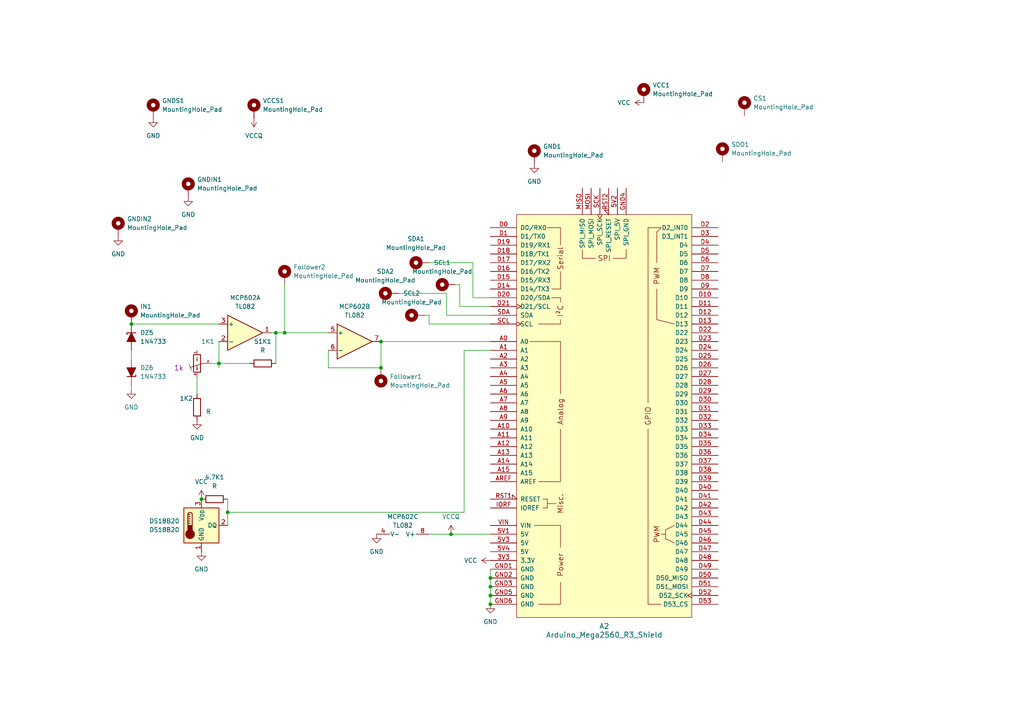
<source format=kicad_sch>
(kicad_sch (version 20230121) (generator eeschema)
  (paper "A4")
  (lib_symbols
    (symbol "Amplifier_Operational:TL082" (pin_names (offset 0.127))
      (property "Reference" "U" (at 0 5.08 0))
      (property "Value" "TL082" (at 0 -5.08 0))
      (symbol "TL082_1_1"
        (polyline (pts (xy -5.08 5.08) (xy 5.08 0) (xy -5.08 -5.08) (xy -5.08 5.08)) (stroke (width 0.254)) (fill (type background)))
        (pin output line (at 7.62 0 180) (length 2.54) (name "~") (number "1"))
        (pin input line (at -7.62 -2.54 0) (length 2.54) (name "-") (number "2"))
        (pin input line (at -7.62 2.54 0) (length 2.54) (name "+") (number "3"))
      )
      (symbol "TL082_2_1"
        (polyline (pts (xy -5.08 5.08) (xy 5.08 0) (xy -5.08 -5.08) (xy -5.08 5.08)) (stroke (width 0.254)) (fill (type background)))
        (pin input line (at -7.62 2.54 0) (length 2.54) (name "+") (number "5"))
        (pin input line (at -7.62 -2.54 0) (length 2.54) (name "-") (number "6"))
        (pin output line (at 7.62 0 180) (length 2.54) (name "~") (number "7"))
      )
      (symbol "TL082_3_1"
        (pin power_in line (at -2.54 -7.62 90) (length 3.81) (name "V-") (number "4"))
        (pin power_in line (at -2.54 7.62 270) (length 3.81) (name "V+") (number "8"))
      )
    )
    (symbol "Device:R" (pin_numbers hide) (pin_names (offset 0))
      (property "Reference" "R" (at 2.032 0 90))
      (property "Value" "R" (at 0 0 90))
      (symbol "R_0_1"
        (rectangle (start -1.016 -2.54) (end 1.016 2.54) (stroke (width 0.254)))
      )
      (symbol "R_1_1"
        (pin passive line (at 0 3.81 270) (length 1.27) (name "~") (number "1"))
        (pin passive line (at 0 -3.81 90) (length 1.27) (name "~") (number "2"))
      )
    )
    (symbol "Mechanical:MountingHole_Pad" (pin_numbers hide) (pin_names (offset 1.016) hide)
      (property "Reference" "H" (at 0 6.35 0))
      (property "Value" "MountingHole_Pad" (at 0 4.445 0))
      (symbol "MountingHole_Pad_0_1"
        (circle (center 0 1.27) (radius 1.27) (stroke (width 1.27)))
      )
      (symbol "MountingHole_Pad_1_1"
        (pin input line (at 0 -2.54 90) (length 2.54) (name "1") (number "1"))
      )
    )
    (symbol "PCM_4ms_Potentiometer:TrimPot_T73YEt_1k" (pin_names (offset 1.016) hide)
      (property "Reference" "TRIM" (at -5.08 0.381 90))
      (property "Display" "1k" (at -3.302 0.127 90))
      (symbol "TrimPot_T73YEt_1k_0_1"
        (polyline (pts (xy -2.286 -0.381) (xy -1.651 -1.905)))
        (polyline (pts (xy -1.905 -1.143) (xy 1.524 0)))
        (polyline (pts (xy 2.54 0) (xy 1.524 0)))
        (rectangle (start 1.016 2.54) (end -1.016 -2.54) (stroke (width 0.254)))
      )
      (symbol "TrimPot_T73YEt_1k_1_0"
        (text "Left/1" (at 0 1.27 900) (effects (font (size 0.254 0.254))))
        (text "Right/3" (at 0 -1.27 900) (effects (font (size 0.254 0.254))))
      )
      (symbol "TrimPot_T73YEt_1k_1_1"
        (pin passive line (at 0 3.81 270) (length 1.27) (name "Left") (number "1"))
        (pin passive line (at 3.81 0 180) (length 1.27) (name "Center") (number "2"))
        (pin passive line (at 0 -3.81 90) (length 1.27) (name "Right") (number "3"))
      )
    )
    (symbol "PCM_4ms_Power-symbol:GND" (power) (pin_names (offset 0))
      (property "Value" "GND" (at 0 -3.81 0))
      (symbol "GND_0_1"
        (polyline (pts (xy 0 0) (xy 0 -1.27) (xy 1.27 -1.27) (xy 0 -2.54) (xy -1.27 -1.27) (xy 0 -1.27)))
      )
      (symbol "GND_1_1"
        (pin power_in line (at 0 0 270) (length 0) hide (name "GND") (number "1"))
      )
    )
    (symbol "PCM_Diode_Zener_AKL:1N4733" (pin_numbers hide) (pin_names (offset 1.016) hide)
      (property "Reference" "DZ" (at 0 5.08 0))
      (property "Value" "1N4733" (at 0 2.54 0))
      (symbol "1N4733_0_1"
        (polyline (pts (xy -1.27 0) (xy 1.27 0)))
        (polyline (pts (xy 1.27 1.27) (xy 0.762 1.27)) (stroke (width 0.254)))
        (polyline (pts (xy 1.27 1.27) (xy 1.27 -1.27)) (stroke (width 0.254)))
        (polyline (pts (xy -1.27 -1.27) (xy -1.27 1.27) (xy 1.27 0) (xy -1.27 -1.27)) (stroke (width 0.254)) (fill (type outline)))
      )
      (symbol "1N4733_1_1"
        (pin passive line (at 3.81 0 180) (length 2.54) (name "K") (number "1"))
        (pin passive line (at -3.81 0 0) (length 2.54) (name "A") (number "2"))
      )
    )
    (symbol "PCM_arduino-library:Arduino_Mega2560_R3_Shield" (pin_names (offset 1.016))
      (property "Reference" "A" (at 0 -62.23 0))
      (property "Value" "Arduino_Mega2560_R3_Shield" (at 0 -66.04 0))
      (symbol "Arduino_Mega2560_R3_Shield_0_0"
        (rectangle (start -25.4 -58.42) (end 25.4 58.42) (fill (type background)))
        (rectangle (start -20.32 -31.75) (end -12.7 -31.75))
        (rectangle (start -19.05 -54.61) (end -12.7 -54.61))
        (rectangle (start -19.05 -19.05) (end -12.7 -19.05))
        (rectangle (start -19.05 26.67) (end -12.7 26.67))
        (rectangle (start -17.78 -26.67) (end -16.51 -26.67))
        (rectangle (start -17.78 -24.13) (end -16.51 -24.13))
        (rectangle (start -16.51 -25.4) (end -13.97 -25.4))
        (rectangle (start -16.51 -24.13) (end -16.51 -26.67))
        (rectangle (start -16.51 54.61) (end -12.7 54.61))
        (rectangle (start -15.24 34.29) (end -12.7 34.29))
        (rectangle (start -15.24 36.83) (end -12.7 36.83))
        (rectangle (start -12.7 -54.61) (end -12.7 -48.26))
        (rectangle (start -12.7 -31.75) (end -12.7 -38.1))
        (rectangle (start -12.7 26.67) (end -12.7 27.94))
        (rectangle (start -12.7 34.29) (end -12.7 33.02))
        (rectangle (start -12.7 41.91) (end -12.7 36.83))
        (rectangle (start -12.7 49.53) (end -12.7 54.61))
        (rectangle (start -6.35 48.26) (end -6.35 45.72))
        (rectangle (start -2.54 45.72) (end -6.35 45.72))
        (polyline (pts (xy -21.59 21.59) (xy -12.7 21.59)))
        (polyline (pts (xy -12.7 -19.05) (xy -12.7 -3.81)))
        (polyline (pts (xy -12.7 6.35) (xy -12.7 21.59)))
        (polyline (pts (xy 12.7 -54.61) (xy 16.51 -54.61)))
        (polyline (pts (xy 12.7 54.61) (xy 16.51 54.61)))
        (polyline (pts (xy 17.78 -34.29) (xy 16.51 -34.29)))
        (polyline (pts (xy 15.24 36.83) (xy 15.24 27.94) (xy 20.32 26.67)))
        (polyline (pts (xy 15.24 44.45) (xy 15.24 53.34) (xy 16.51 54.61)))
        (polyline (pts (xy 20.32 -31.75) (xy 17.78 -33.02) (xy 17.78 -35.56) (xy 20.32 -36.83)))
        (rectangle (start 6.35 45.72) (end 2.54 45.72))
        (rectangle (start 6.35 48.26) (end 6.35 45.72))
        (text "Analog" (at -12.7 1.27 900) (effects (font (size 1.524 1.524))))
        (text "I²C" (at -12.7 30.48 900) (effects (font (size 1.524 1.524))))
        (text "Misc." (at -12.7 -25.4 900) (effects (font (size 1.524 1.524))))
        (text "Power" (at -12.7 -43.18 900) (effects (font (size 1.524 1.524))))
        (text "PWM" (at 15.24 -34.29 900) (effects (font (size 1.524 1.524))))
        (text "PWM" (at 15.24 40.64 900) (effects (font (size 1.524 1.524))))
        (text "Serial" (at -12.7 45.72 900) (effects (font (size 1.524 1.524))))
        (text "SPI" (at 0 45.72 0) (effects (font (size 1.524 1.524))))
      )
      (symbol "Arduino_Mega2560_R3_Shield_1_0"
        (rectangle (start 12.7 -54.61) (end 12.7 -3.81))
        (rectangle (start 12.7 54.61) (end 12.7 3.81))
        (text "GPIO" (at 12.7 0 900) (effects (font (size 1.524 1.524))))
      )
      (symbol "Arduino_Mega2560_R3_Shield_1_1"
        (pin power_out line (at -33.02 -41.91 0) (length 7.62) (name "3.3V") (number "3V3"))
        (pin power_in line (at -33.02 -34.29 0) (length 7.62) (name "5V") (number "5V1"))
        (pin power_in line (at 3.81 66.04 270) (length 7.62) (name "SPI_5V") (number "5V2"))
        (pin power_in line (at -33.02 -36.83 0) (length 7.62) (name "5V") (number "5V3"))
        (pin power_in line (at -33.02 -39.37 0) (length 7.62) (name "5V") (number "5V4"))
        (pin bidirectional line (at -33.02 21.59 0) (length 7.62) (name "A0") (number "A0"))
        (pin bidirectional line (at -33.02 19.05 0) (length 7.62) (name "A1") (number "A1"))
        (pin bidirectional line (at -33.02 -3.81 0) (length 7.62) (name "A10") (number "A10"))
        (pin bidirectional line (at -33.02 -6.35 0) (length 7.62) (name "A11") (number "A11"))
        (pin bidirectional line (at -33.02 -8.89 0) (length 7.62) (name "A12") (number "A12"))
        (pin bidirectional line (at -33.02 -11.43 0) (length 7.62) (name "A13") (number "A13"))
        (pin bidirectional line (at -33.02 -13.97 0) (length 7.62) (name "A14") (number "A14"))
        (pin bidirectional line (at -33.02 -16.51 0) (length 7.62) (name "A15") (number "A15"))
        (pin bidirectional line (at -33.02 16.51 0) (length 7.62) (name "A2") (number "A2"))
        (pin bidirectional line (at -33.02 13.97 0) (length 7.62) (name "A3") (number "A3"))
        (pin bidirectional line (at -33.02 11.43 0) (length 7.62) (name "A4") (number "A4"))
        (pin bidirectional line (at -33.02 8.89 0) (length 7.62) (name "A5") (number "A5"))
        (pin bidirectional line (at -33.02 6.35 0) (length 7.62) (name "A6") (number "A6"))
        (pin bidirectional line (at -33.02 3.81 0) (length 7.62) (name "A7") (number "A7"))
        (pin bidirectional line (at -33.02 1.27 0) (length 7.62) (name "A8") (number "A8"))
        (pin bidirectional line (at -33.02 -1.27 0) (length 7.62) (name "A9") (number "A9"))
        (pin input line (at -33.02 -19.05 0) (length 7.62) (name "AREF") (number "AREF"))
        (pin bidirectional line (at -33.02 54.61 0) (length 7.62) (name "D0/RX0") (number "D0"))
        (pin bidirectional line (at -33.02 52.07 0) (length 7.62) (name "D1/TX0") (number "D1"))
        (pin bidirectional line (at 33.02 34.29 180) (length 7.62) (name "D10") (number "D10"))
        (pin bidirectional line (at 33.02 31.75 180) (length 7.62) (name "D11") (number "D11"))
        (pin bidirectional line (at 33.02 29.21 180) (length 7.62) (name "D12") (number "D12"))
        (pin bidirectional line (at 33.02 26.67 180) (length 7.62) (name "D13") (number "D13"))
        (pin bidirectional line (at -33.02 36.83 0) (length 7.62) (name "D14/TX3") (number "D14"))
        (pin bidirectional line (at -33.02 39.37 0) (length 7.62) (name "D15/RX3") (number "D15"))
        (pin bidirectional line (at -33.02 41.91 0) (length 7.62) (name "D16/TX2") (number "D16"))
        (pin bidirectional line (at -33.02 44.45 0) (length 7.62) (name "D17/RX2") (number "D17"))
        (pin bidirectional line (at -33.02 46.99 0) (length 7.62) (name "D18/TX1") (number "D18"))
        (pin bidirectional line (at -33.02 49.53 0) (length 7.62) (name "D19/RX1") (number "D19"))
        (pin bidirectional line (at 33.02 54.61 180) (length 7.62) (name "D2_INT0") (number "D2"))
        (pin bidirectional line (at -33.02 34.29 0) (length 7.62) (name "D20/SDA") (number "D20"))
        (pin bidirectional clock (at -33.02 31.75 0) (length 7.62) (name "D21/SCL") (number "D21"))
        (pin bidirectional line (at 33.02 24.13 180) (length 7.62) (name "D22") (number "D22"))
        (pin bidirectional line (at 33.02 21.59 180) (length 7.62) (name "D23") (number "D23"))
        (pin bidirectional line (at 33.02 19.05 180) (length 7.62) (name "D24") (number "D24"))
        (pin bidirectional line (at 33.02 16.51 180) (length 7.62) (name "D25") (number "D25"))
        (pin bidirectional line (at 33.02 13.97 180) (length 7.62) (name "D26") (number "D26"))
        (pin bidirectional line (at 33.02 11.43 180) (length 7.62) (name "D27") (number "D27"))
        (pin bidirectional line (at 33.02 8.89 180) (length 7.62) (name "D28") (number "D28"))
        (pin bidirectional line (at 33.02 6.35 180) (length 7.62) (name "D29") (number "D29"))
        (pin bidirectional line (at 33.02 52.07 180) (length 7.62) (name "D3_INT1") (number "D3"))
        (pin bidirectional line (at 33.02 3.81 180) (length 7.62) (name "D30") (number "D30"))
        (pin bidirectional line (at 33.02 1.27 180) (length 7.62) (name "D31") (number "D31"))
        (pin bidirectional line (at 33.02 -1.27 180) (length 7.62) (name "D32") (number "D32"))
        (pin bidirectional line (at 33.02 -3.81 180) (length 7.62) (name "D33") (number "D33"))
        (pin bidirectional line (at 33.02 -6.35 180) (length 7.62) (name "D34") (number "D34"))
        (pin bidirectional line (at 33.02 -8.89 180) (length 7.62) (name "D35") (number "D35"))
        (pin bidirectional line (at 33.02 -11.43 180) (length 7.62) (name "D36") (number "D36"))
        (pin bidirectional line (at 33.02 -13.97 180) (length 7.62) (name "D37") (number "D37"))
        (pin bidirectional line (at 33.02 -16.51 180) (length 7.62) (name "D38") (number "D38"))
        (pin bidirectional line (at 33.02 -19.05 180) (length 7.62) (name "D39") (number "D39"))
        (pin bidirectional line (at 33.02 49.53 180) (length 7.62) (name "D4") (number "D4"))
        (pin bidirectional line (at 33.02 -21.59 180) (length 7.62) (name "D40") (number "D40"))
        (pin bidirectional line (at 33.02 -24.13 180) (length 7.62) (name "D41") (number "D41"))
        (pin bidirectional line (at 33.02 -26.67 180) (length 7.62) (name "D42") (number "D42"))
        (pin bidirectional line (at 33.02 -29.21 180) (length 7.62) (name "D43") (number "D43"))
        (pin bidirectional line (at 33.02 -31.75 180) (length 7.62) (name "D44") (number "D44"))
        (pin bidirectional line (at 33.02 -34.29 180) (length 7.62) (name "D45") (number "D45"))
        (pin bidirectional line (at 33.02 -36.83 180) (length 7.62) (name "D46") (number "D46"))
        (pin bidirectional line (at 33.02 -39.37 180) (length 7.62) (name "D47") (number "D47"))
        (pin bidirectional line (at 33.02 -41.91 180) (length 7.62) (name "D48") (number "D48"))
        (pin bidirectional line (at 33.02 -44.45 180) (length 7.62) (name "D49") (number "D49"))
        (pin bidirectional line (at 33.02 46.99 180) (length 7.62) (name "D5") (number "D5"))
        (pin bidirectional line (at 33.02 -46.99 180) (length 7.62) (name "D50_MISO") (number "D50"))
        (pin bidirectional line (at 33.02 -49.53 180) (length 7.62) (name "D51_MOSI") (number "D51"))
        (pin bidirectional clock (at 33.02 -52.07 180) (length 7.62) (name "D52_SCK") (number "D52"))
        (pin bidirectional line (at 33.02 -54.61 180) (length 7.62) (name "D53_CS") (number "D53"))
        (pin bidirectional line (at 33.02 44.45 180) (length 7.62) (name "D6") (number "D6"))
        (pin bidirectional line (at 33.02 41.91 180) (length 7.62) (name "D7") (number "D7"))
        (pin bidirectional line (at 33.02 39.37 180) (length 7.62) (name "D8") (number "D8"))
        (pin bidirectional line (at 33.02 36.83 180) (length 7.62) (name "D9") (number "D9"))
        (pin power_in line (at -33.02 -44.45 0) (length 7.62) (name "GND") (number "GND1"))
        (pin power_in line (at -33.02 -46.99 0) (length 7.62) (name "GND") (number "GND2"))
        (pin power_in line (at -33.02 -49.53 0) (length 7.62) (name "GND") (number "GND3"))
        (pin power_in line (at 6.35 66.04 270) (length 7.62) (name "SPI_GND") (number "GND4"))
        (pin power_in line (at -33.02 -52.07 0) (length 7.62) (name "GND") (number "GND5"))
        (pin power_in line (at -33.02 -54.61 0) (length 7.62) (name "GND") (number "GND6"))
        (pin output line (at -33.02 -26.67 0) (length 7.62) (name "IOREF") (number "IORF"))
        (pin input line (at -6.35 66.04 270) (length 7.62) (name "SPI_MISO") (number "MISO"))
        (pin output line (at -3.81 66.04 270) (length 7.62) (name "SPI_MOSI") (number "MOSI"))
        (pin open_collector input_low (at -33.02 -24.13 0) (length 7.62) (name "RESET") (number "RST1"))
        (pin open_collector input_low (at 1.27 66.04 270) (length 7.62) (name "SPI_RESET") (number "RST2"))
        (pin output clock (at -1.27 66.04 270) (length 7.62) (name "SPI_SCK") (number "SCK"))
        (pin bidirectional clock (at -33.02 26.67 0) (length 7.62) (name "SCL") (number "SCL"))
        (pin bidirectional line (at -33.02 29.21 0) (length 7.62) (name "SDA") (number "SDA"))
        (pin power_in line (at -33.02 -31.75 0) (length 7.62) (name "VIN") (number "VIN"))
      )
    )
    (symbol "Sensor_Temperature:DS18B20"
      (property "Reference" "U" (at -3.81 6.35 0))
      (property "Value" "DS18B20" (at 6.35 6.35 0))
      (symbol "DS18B20_0_1"
        (rectangle (start -5.08 5.08) (end 5.08 -5.08) (stroke (width 0.254)) (fill (type background)))
        (circle (center -3.302 -2.54) (radius 1.27) (stroke (width 0.254)) (fill (type outline)))
        (rectangle (start -2.667 -1.905) (end -3.937 0) (stroke (width 0.254)) (fill (type outline)))
        (arc (start -2.667 3.175) (mid -3.302 3.8073) (end -3.937 3.175) (stroke (width 0.254)))
        (polyline (pts (xy -3.937 0.635) (xy -3.302 0.635)) (stroke (width 0.254)))
        (polyline (pts (xy -3.937 1.27) (xy -3.302 1.27)) (stroke (width 0.254)))
        (polyline (pts (xy -3.937 1.905) (xy -3.302 1.905)) (stroke (width 0.254)))
        (polyline (pts (xy -3.937 2.54) (xy -3.302 2.54)) (stroke (width 0.254)))
        (polyline (pts (xy -3.937 3.175) (xy -3.937 0)) (stroke (width 0.254)))
        (polyline (pts (xy -3.937 3.175) (xy -3.302 3.175)) (stroke (width 0.254)))
        (polyline (pts (xy -2.667 3.175) (xy -2.667 0)) (stroke (width 0.254)))
      )
      (symbol "DS18B20_1_1"
        (pin power_in line (at 0 -7.62 90) (length 2.54) (name "GND") (number "1"))
        (pin bidirectional line (at 7.62 0 180) (length 2.54) (name "DQ") (number "2"))
        (pin power_in line (at 0 7.62 270) (length 2.54) (name "V_{DD}") (number "3"))
      )
    )
    (symbol "power:VCC" (power) (pin_names (offset 0))
      (property "Value" "VCC" (at 0 3.81 0))
      (symbol "VCC_0_1"
        (polyline (pts (xy -0.762 1.27) (xy 0 2.54)))
        (polyline (pts (xy 0 0) (xy 0 2.54)))
        (polyline (pts (xy 0 2.54) (xy 0.762 1.27)))
      )
      (symbol "VCC_1_1"
        (pin power_in line (at 0 0 90) (length 0) hide (name "VCC") (number "1"))
      )
    )
    (symbol "power:VCCQ" (power) (pin_names (offset 0))
      (property "Value" "VCCQ" (at 0 3.81 0))
      (symbol "VCCQ_0_1"
        (polyline (pts (xy -0.762 1.27) (xy 0 2.54)))
        (polyline (pts (xy 0 0) (xy 0 2.54)))
        (polyline (pts (xy 0 2.54) (xy 0.762 1.27)))
      )
      (symbol "VCCQ_1_1"
        (pin power_in line (at 0 0 90) (length 0) hide (name "VCCQ") (number "1"))
      )
    )
  )
  (junction (at 110.49 106.68))
  (junction (at 110.49 99.06))
  (junction (at 80.01 96.52))
  (junction (at 66.04 148.59))
  (junction (at 142.24 172.72))
  (junction (at 38.1 93.98))
  (junction (at 82.55 96.52))
  (junction (at 130.81 154.94))
  (junction (at 63.5 105.41))
  (junction (at 142.24 170.18))
  (junction (at 142.24 167.64))
  (junction (at 58.42 144.78))
  (junction (at 142.24 175.26))
  (wire (pts (xy 124.46 93.98) (xy 142.24 93.98)))
  (wire (pts (xy 142.24 172.72) (xy 142.24 175.26)))
  (wire (pts (xy 66.04 148.59) (xy 66.04 152.4)))
  (wire (pts (xy 38.1 93.98) (xy 63.5 93.98)))
  (wire (pts (xy 134.62 101.6) (xy 134.62 148.59)))
  (wire (pts (xy 38.1 104.14) (xy 38.1 101.6)))
  (wire (pts (xy 115.57 85.09) (xy 129.54 85.09)))
  (wire (pts (xy 142.24 165.1) (xy 142.24 167.64)))
  (wire (pts (xy 66.04 144.78) (xy 66.04 148.59)))
  (wire (pts (xy 129.54 91.44) (xy 142.24 91.44)))
  (wire (pts (xy 142.24 167.64) (xy 142.24 170.18)))
  (wire (pts (xy 142.24 170.18) (xy 142.24 172.72)))
  (wire (pts (xy 82.55 82.55) (xy 82.55 96.52)))
  (wire (pts (xy 142.24 101.6) (xy 134.62 101.6)))
  (wire (pts (xy 63.5 105.41) (xy 63.5 99.06)))
  (wire (pts (xy 129.54 85.09) (xy 129.54 91.44)))
  (wire (pts (xy 134.62 148.59) (xy 66.04 148.59)))
  (wire (pts (xy 38.1 113.03) (xy 38.1 111.76)))
  (wire (pts (xy 63.5 105.41) (xy 72.39 105.41)))
  (wire (pts (xy 142.24 99.06) (xy 110.49 99.06)))
  (wire (pts (xy 80.01 96.52) (xy 78.74 96.52)))
  (wire (pts (xy 124.46 154.94) (xy 130.81 154.94)))
  (wire (pts (xy 132.08 82.55) (xy 133.35 82.55)))
  (wire (pts (xy 124.46 91.44) (xy 124.46 93.98)))
  (wire (pts (xy 130.81 154.94) (xy 142.24 154.94)))
  (wire (pts (xy 60.96 105.41) (xy 63.5 105.41)))
  (wire (pts (xy 123.19 91.44) (xy 124.46 91.44)))
  (wire (pts (xy 137.16 76.2) (xy 137.16 86.36)))
  (wire (pts (xy 82.55 96.52) (xy 95.25 96.52)))
  (wire (pts (xy 133.35 88.9) (xy 142.24 88.9)))
  (wire (pts (xy 63.5 106.68) (xy 63.5 105.41)))
  (wire (pts (xy 110.49 106.68) (xy 110.49 99.06)))
  (wire (pts (xy 57.15 109.22) (xy 57.15 114.3)))
  (wire (pts (xy 80.01 96.52) (xy 80.01 105.41)))
  (wire (pts (xy 133.35 82.55) (xy 133.35 88.9)))
  (wire (pts (xy 95.25 101.6) (xy 95.25 106.68)))
  (wire (pts (xy 95.25 106.68) (xy 110.49 106.68)))
  (wire (pts (xy 80.01 96.52) (xy 82.55 96.52)))
  (wire (pts (xy 137.16 86.36) (xy 142.24 86.36)))
  (wire (pts (xy 124.46 76.2) (xy 137.16 76.2)))
  (symbol (lib_id "PCM_4ms_Potentiometer:TrimPot_T73YEt_1k") (at 57.15 105.41 0) (unit 1)
    (property "Reference" "1K1" (at 62.23 99.06 0) (effects (justify right)))
    (property "Value" "TrimPot_T73YEt_1k" (effects hide))
    (property "Footprint" "PCM_Potentiometer_THT_US_AKL:Potentiometer_Bourns_3296W_Vertical" (effects hide))
    (property "Specifications" "Trimpot, TH, 1k, single turn, square" (effects hide))
    (property "Manufacturer" "Vishay" (effects hide))
    (property "Part Number" "T73YE102KT20" (effects hide))
    (property "Display" "1k" (at 53.34 106.68 0) (effects (font (size 1.524 1.524)) (justify right)))
  )
  (symbol (lib_id "power:VCCQ") (at 73.66 34.29 180) (unit 1)
    (property "Reference" "#PWR012" (effects hide))
    (property "Value" "VCCQ" (at 73.66 39.37 0))
  )
  (symbol (lib_id "power:VCCQ") (at 130.81 154.94 0) (unit 1)
    (property "Reference" "#PWR04" (effects hide))
    (property "Value" "VCCQ" (at 130.81 149.86 0))
  )
  (symbol (lib_id "Amplifier_Operational:TL082") (at 116.84 157.48 270) (unit 3)
    (property "Reference" "MCP602" (at 116.84 149.86 90))
    (property "Value" "TL082" (at 116.84 152.4 90))
    (property "Footprint" "Package_DIP:DIP-8_W7.62mm" (effects hide))
    (property "Datasheet" "http://www.ti.com/lit/ds/symlink/tl081.pdf" (effects hide))
  )
  (symbol (lib_id "Mechanical:MountingHole_Pad") (at 121.92 76.2 90) (unit 1)
    (property "Reference" "SDA1" (at 120.65 69.2797 90))
    (property "Value" "MountingHole_Pad" (at 120.65 71.8197 90))
    (property "Footprint" "Connector_Pin:Pin_D1.0mm_L10.0mm" (effects hide))
  )
  (symbol (lib_id "power:VCC") (at 186.7246 29.7803 90) (unit 1)
    (property "Reference" "#PWR09" (effects hide))
    (property "Value" "VCC" (at 182.9146 29.7803 90) (effects (justify left)))
  )
  (symbol (lib_id "Mechanical:MountingHole_Pad") (at 38.1 91.44 0) (unit 1)
    (property "Reference" "IN1" (at 40.64 88.9 0) (effects (justify left)))
    (property "Value" "MountingHole_Pad" (at 40.64 91.44 0) (effects (justify left)))
    (property "Footprint" "Connector_Pin:Pin_D1.0mm_L10.0mm" (effects hide))
  )
  (symbol (lib_id "Mechanical:MountingHole_Pad") (at 54.61 54.61 0) (unit 1)
    (property "Reference" "GNDIN1" (at 57.15 52.07 0) (effects (justify left)))
    (property "Value" "MountingHole_Pad" (at 57.15 54.61 0) (effects (justify left)))
    (property "Footprint" "Connector_Pin:Pin_D1.0mm_L10.0mm" (effects hide))
  )
  (symbol (lib_id "Mechanical:MountingHole_Pad") (at 129.54 82.55 90) (unit 1)
    (property "Reference" "SCL1" (at 128.27 76.2 90))
    (property "Value" "MountingHole_Pad" (at 128.27 78.74 90))
    (property "Footprint" "Connector_Pin:Pin_D1.0mm_L10.0mm" (effects hide))
  )
  (symbol (lib_id "PCM_4ms_Power-symbol:GND") (at 109.22 154.94 0) (unit 1)
    (property "Reference" "#PWR014" (effects hide))
    (property "Value" "GND" (at 109.22 160.02 0))
  )
  (symbol (lib_id "Mechanical:MountingHole_Pad") (at 73.66 31.75 0) (unit 1)
    (property "Reference" "VCCS1" (at 76.2 29.21 0) (effects (justify left)))
    (property "Value" "MountingHole_Pad" (at 76.2 31.75 0) (effects (justify left)))
    (property "Footprint" "Connector_Pin:Pin_D1.0mm_L10.0mm" (effects hide))
  )
  (symbol (lib_id "Mechanical:MountingHole_Pad") (at 215.9346 31.0503 0) (unit 1)
    (property "Reference" "CS1" (at 218.4746 28.5103 0) (effects (justify left)))
    (property "Value" "MountingHole_Pad" (at 218.4746 31.0503 0) (effects (justify left)))
    (property "Footprint" "Connector_Pin:Pin_D1.0mm_L10.0mm" (effects hide))
  )
  (symbol (lib_id "Device:R") (at 57.15 118.11 180) (unit 1)
    (property "Reference" "1K2" (at 52.07 115.57 0) (effects (justify right)))
    (property "Value" "R" (at 59.69 119.38 0) (effects (justify right)))
    (property "Footprint" "Resistor_THT:R_Axial_DIN0204_L3.6mm_D1.6mm_P7.62mm_Horizontal" (effects hide))
  )
  (symbol (lib_id "Mechanical:MountingHole_Pad") (at 110.49 109.22 180) (unit 1)
    (property "Reference" "Follower1" (at 113.03 109.22 0) (effects (justify right)))
    (property "Value" "MountingHole_Pad" (at 113.03 111.76 0) (effects (justify right)))
    (property "Footprint" "Connector_Pin:Pin_D1.0mm_L10.0mm" (effects hide))
  )
  (symbol (lib_id "Mechanical:MountingHole_Pad") (at 209.55 44.45 0) (unit 1)
    (property "Reference" "SDO1" (at 212.09 41.91 0) (effects (justify left)))
    (property "Value" "MountingHole_Pad" (at 212.09 44.45 0) (effects (justify left)))
    (property "Footprint" "Connector_Pin:Pin_D1.0mm_L10.0mm" (effects hide))
  )
  (symbol (lib_id "PCM_arduino-library:Arduino_Mega2560_R3_Shield") (at 175.26 120.65 0) (unit 1)
    (property "Reference" "A2" (at 175.26 181.61 0) (effects (font (size 1.524 1.524))))
    (property "Value" "Arduino_Mega2560_R3_Shield" (at 175.26 184.15 0) (effects (font (size 1.524 1.524))))
    (property "Footprint" "PCM_arduino-library:Arduino_Mega2560_R3_Shield" (effects hide))
    (property "Datasheet" "https://docs.arduino.cc/hardware/mega-2560" (effects hide))
  )
  (symbol (lib_id "Sensor_Temperature:DS18B20") (at 58.42 152.4 0) (unit 1)
    (property "Reference" "DS18B20" (at 52.07 151.13 0) (effects (justify right)))
    (property "Value" "DS18B20" (at 52.07 153.67 0) (effects (justify right)))
    (property "Footprint" "Package_TO_SOT_THT:TO-92_Inline_Wide" (effects hide))
    (property "Datasheet" "http://datasheets.maximintegrated.com/en/ds/DS18B20.pdf" (effects hide))
  )
  (symbol (lib_id "Mechanical:MountingHole_Pad") (at 44.45 31.75 0) (unit 1)
    (property "Reference" "GNDS1" (at 46.99 29.21 0) (effects (justify left)))
    (property "Value" "MountingHole_Pad" (at 46.99 31.75 0) (effects (justify left)))
    (property "Footprint" "Connector_Pin:Pin_D1.0mm_L10.0mm" (effects hide))
  )
  (symbol (lib_id "Device:R") (at 62.23 144.78 90) (unit 1)
    (property "Reference" "4.7K1" (at 62.23 138.43 90))
    (property "Value" "R" (at 62.23 140.97 90))
    (property "Footprint" "Resistor_THT:R_Axial_DIN0204_L3.6mm_D1.6mm_P7.62mm_Horizontal" (effects hide))
  )
  (symbol (lib_id "PCM_Diode_Zener_AKL:1N4733") (at 38.1 107.95 270) (unit 1)
    (property "Reference" "DZ6" (at 40.64 106.68 90) (effects (justify left)))
    (property "Value" "1N4733" (at 40.64 109.22 90) (effects (justify left)))
    (property "Footprint" "Diode_THT:D_A-405_P12.70mm_Horizontal" (effects hide))
    (property "Datasheet" "https://www.tme.eu/Document/0ec771a1264cb7f2aef89c89242989dc/1N47xxA.PDF" (effects hide))
  )
  (symbol (lib_id "PCM_4ms_Power-symbol:GND") (at 44.45 34.29 0) (unit 1)
    (property "Reference" "#PWR07" (effects hide))
    (property "Value" "GND" (at 44.45 39.37 0))
  )
  (symbol (lib_id "PCM_4ms_Power-symbol:GND") (at 34.29 68.58 0) (unit 1)
    (property "Reference" "#PWR011" (effects hide))
    (property "Value" "GND" (at 34.29 73.66 0))
  )
  (symbol (lib_id "Mechanical:MountingHole_Pad") (at 120.65 91.44 90) (unit 1)
    (property "Reference" "SCL2" (at 119.38 85.09 90))
    (property "Value" "MountingHole_Pad" (at 119.38 87.63 90))
    (property "Footprint" "Connector_Pin:Pin_D1.0mm_L10.0mm" (effects hide))
  )
  (symbol (lib_id "Amplifier_Operational:TL082") (at 71.12 96.52 0) (unit 1)
    (property "Reference" "MCP602" (at 71.12 86.36 0))
    (property "Value" "TL082" (at 71.12 88.9 0))
    (property "Footprint" "Package_DIP:DIP-8_W7.62mm" (effects hide))
    (property "Datasheet" "http://www.ti.com/lit/ds/symlink/tl081.pdf" (effects hide))
  )
  (symbol (lib_id "Mechanical:MountingHole_Pad") (at 34.29 66.04 0) (unit 1)
    (property "Reference" "GNDIN2" (at 36.83 63.5 0) (effects (justify left)))
    (property "Value" "MountingHole_Pad" (at 36.83 66.04 0) (effects (justify left)))
    (property "Footprint" "Connector_Pin:Pin_D1.0mm_L10.0mm" (effects hide))
  )
  (symbol (lib_id "Mechanical:MountingHole_Pad") (at 82.55 80.01 0) (unit 1)
    (property "Reference" "Follower2" (at 85.09 77.47 0) (effects (justify left)))
    (property "Value" "MountingHole_Pad" (at 85.09 80.01 0) (effects (justify left)))
    (property "Footprint" "Connector_Pin:Pin_D1.0mm_L10.0mm" (effects hide))
  )
  (symbol (lib_id "PCM_4ms_Power-symbol:GND") (at 57.15 121.92 0) (unit 1)
    (property "Reference" "#PWR06" (effects hide))
    (property "Value" "GND" (at 57.15 127 0))
  )
  (symbol (lib_id "power:VCC") (at 58.42 144.78 0) (unit 1)
    (property "Reference" "#PWR08" (effects hide))
    (property "Value" "VCC" (at 58.42 139.7 0))
  )
  (symbol (lib_id "Amplifier_Operational:TL082") (at 102.87 99.06 0) (unit 2)
    (property "Reference" "MCP602" (at 102.87 88.9 0))
    (property "Value" "TL082" (at 102.87 91.44 0))
    (property "Footprint" "Package_DIP:DIP-8_W7.62mm" (effects hide))
    (property "Datasheet" "http://www.ti.com/lit/ds/symlink/tl081.pdf" (effects hide))
  )
  (symbol (lib_id "Mechanical:MountingHole_Pad") (at 154.9746 45.0203 0) (unit 1)
    (property "Reference" "GND1" (at 157.5146 42.4803 0) (effects (justify left)))
    (property "Value" "MountingHole_Pad" (at 157.5146 45.0203 0) (effects (justify left)))
    (property "Footprint" "Connector_Pin:Pin_D1.0mm_L10.0mm" (effects hide))
  )
  (symbol (lib_id "PCM_4ms_Power-symbol:GND") (at 142.24 175.26 0) (unit 1)
    (property "Reference" "#PWR02" (effects hide))
    (property "Value" "GND" (at 142.24 180.34 0))
  )
  (symbol (lib_id "PCM_4ms_Power-symbol:GND") (at 38.1 113.03 0) (unit 1)
    (property "Reference" "#PWR010" (effects hide))
    (property "Value" "GND" (at 38.1 118.11 0))
  )
  (symbol (lib_id "Device:R") (at 76.2 105.41 90) (unit 1)
    (property "Reference" "51K1" (at 76.2 99.06 90))
    (property "Value" "R" (at 76.2 101.6 90))
    (property "Footprint" "Resistor_THT:R_Axial_DIN0204_L3.6mm_D1.6mm_P7.62mm_Horizontal" (effects hide))
  )
  (symbol (lib_id "PCM_4ms_Power-symbol:GND") (at 54.61 57.15 0) (unit 1)
    (property "Reference" "#PWR05" (effects hide))
    (property "Value" "GND" (at 54.61 62.23 0))
  )
  (symbol (lib_id "Mechanical:MountingHole_Pad") (at 113.03 85.09 90) (unit 1)
    (property "Reference" "SDA2" (at 111.76 78.74 90))
    (property "Value" "MountingHole_Pad" (at 111.76 81.28 90))
    (property "Footprint" "Connector_Pin:Pin_D1.0mm_L10.0mm" (effects hide))
  )
  (symbol (lib_id "PCM_Diode_Zener_AKL:1N4733") (at 38.1 97.79 90) (unit 1)
    (property "Reference" "DZ5" (at 40.64 96.52 90) (effects (justify right)))
    (property "Value" "1N4733" (at 40.64 99.06 90) (effects (justify right)))
    (property "Footprint" "Diode_THT:D_A-405_P12.70mm_Horizontal" (effects hide))
    (property "Datasheet" "https://www.tme.eu/Document/0ec771a1264cb7f2aef89c89242989dc/1N47xxA.PDF" (effects hide))
  )
  (symbol (lib_id "power:VCC") (at 142.24 162.56 90) (unit 1)
    (property "Reference" "#PWR03" (effects hide))
    (property "Value" "VCC" (at 138.43 162.56 90) (effects (justify left)))
  )
  (symbol (lib_id "Mechanical:MountingHole_Pad") (at 186.7246 27.2403 0) (unit 1)
    (property "Reference" "VCC1" (at 189.2646 24.7003 0) (effects (justify left)))
    (property "Value" "MountingHole_Pad" (at 189.2646 27.2403 0) (effects (justify left)))
    (property "Footprint" "Connector_Pin:Pin_D1.0mm_L10.0mm" (effects hide))
  )
  (symbol (lib_id "PCM_4ms_Power-symbol:GND") (at 58.42 160.02 0) (unit 1)
    (property "Reference" "#PWR01" (effects hide))
    (property "Value" "GND" (at 58.42 165.1 0))
  )
  (symbol (lib_id "PCM_4ms_Power-symbol:GND") (at 154.9746 47.5603 0) (unit 1)
    (property "Reference" "#PWR013" (effects hide))
    (property "Value" "GND" (at 154.9746 52.6403 0))
  )
)
</source>
